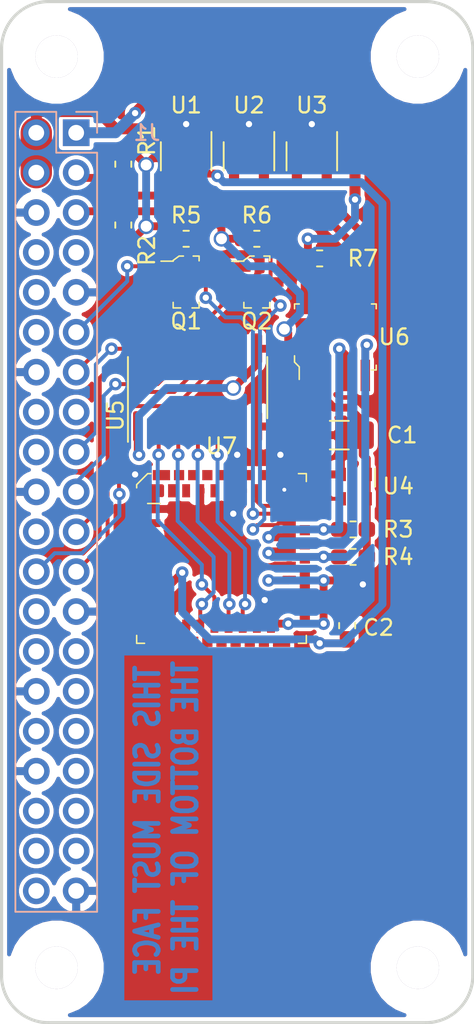
<source format=kicad_pcb>
(kicad_pcb (version 20171130) (host pcbnew "(5.1.5)-3")
  (layers (0 F.Cu signal) (31 B.Cu signal) (34 B.Paste user) (35 F.Paste user) (36 B.SilkS user) (37 F.SilkS user) (38 B.Mask user) (39 F.Mask user) (44 Edge.Cuts user))
  (net 0 "")
  (net 1 GND)
  (net 2 +2V8)
  (net 3 "Net-(J1-Pad40)")
  (net 4 "Net-(J1-Pad38)")
  (net 5 "Net-(J1-Pad37)")
  (net 6 "Net-(J1-Pad36)")
  (net 7 "Net-(J1-Pad35)")
  (net 8 "Net-(J1-Pad33)")
  (net 9 "Net-(J1-Pad32)")
  (net 10 "Net-(J1-Pad31)")
  (net 11 "Net-(J1-Pad29)")
  (net 12 "Net-(J1-Pad28)")
  (net 13 "Net-(J1-Pad27)")
  (net 14 "Net-(J1-Pad26)")
  (net 15 "Net-(J1-Pad24)")
  (net 16 "Net-(J1-Pad23)")
  (net 17 "Net-(J1-Pad22)")
  (net 18 "Net-(J1-Pad21)")
  (net 19 "Net-(J1-Pad19)")
  (net 20 "Net-(J1-Pad18)")
  (net 21 +3V3)
  (net 22 "Net-(J1-Pad16)")
  (net 23 "Net-(J1-Pad15)")
  (net 24 "Net-(J1-Pad13)")
  (net 25 "Net-(J1-Pad12)")
  (net 26 "Net-(J1-Pad11)")
  (net 27 "Net-(J1-Pad10)")
  (net 28 "Net-(J1-Pad8)")
  (net 29 "Net-(J1-Pad7)")
  (net 30 HSCL0)
  (net 31 +5V)
  (net 32 HSDA0)
  (net 33 RESET)
  (net 34 PW_DN)
  (net 35 LSDA0)
  (net 36 LSCL0)
  (net 37 "Net-(R7-Pad2)")
  (net 38 +1V2)
  (net 39 "Net-(U1-Pad4)")
  (net 40 "Net-(U2-Pad4)")
  (net 41 "Net-(U3-Pad4)")
  (net 42 CLK)
  (net 43 "Net-(U7-Pad32)")
  (net 44 "Net-(U7-Pad31)")
  (net 45 "Net-(U7-Pad29)")
  (net 46 "Net-(U7-Pad28)")
  (net 47 "Net-(U7-Pad17)")
  (net 48 "Net-(U7-Pad5)")
  (net 49 "Net-(U7-Pad4)")
  (net 50 "Net-(U7-Pad3)")
  (net 51 "Net-(U7-Pad2)")
  (net 52 "Net-(U5-Pad5)")
  (net 53 "Net-(U5-Pad4)")
  (net 54 "Net-(U5-Pad3)")
  (net 55 "Net-(U5-Pad2)")
  (net 56 "Net-(U5-Pad9)")
  (net 57 "Net-(U5-Pad6)")
  (module "misc footprints:rpogi2" (layer B.Cu) (at 127.25 78.25 180)
    (fp_text reference J1 (at -7 0) (layer B.SilkS) (effects (justify mirror)))
    (fp_text value Raspberry_Pi_2_3)
    (fp_line (start -24.75 8.35) (end -0.75 8.35) (layer Edge.Cuts) (width 0.2))
    (fp_line (start 2.25 5.350001) (end 2.25 -53.65) (layer Edge.Cuts) (width 0.2))
    (fp_arc (start -0.75 -53.65) (end -0.75 -56.65) (angle 90) (layer Edge.Cuts) (width 0.2))
    (fp_arc (start -24.75 5.35) (end -24.75 8.35) (angle 90) (layer Edge.Cuts) (width 0.2))
    (fp_line (start -0.75 -56.65) (end -24.75 -56.65) (layer Edge.Cuts) (width 0.2))
    (fp_arc (start -0.749999 5.350001) (end 2.25 5.350001) (angle 90) (layer Edge.Cuts) (width 0.2))
    (fp_line (start -27.75 -53.65) (end -27.75 5.35) (layer Edge.Cuts) (width 0.2))
    (fp_arc (start -24.75 -53.65) (end -27.75 -53.65) (angle 90) (layer Edge.Cuts) (width 0.2))
    (pad "" thru_hole circle (at -1.25 -53.15 180) (size 2.7 2.7) (drill 2.7) (layers *.Cu *.Mask) (clearance 1.65) (thermal_gap 1.65))
    (pad "" thru_hole circle (at -24.25 -53.15 180) (size 2.7 2.7) (drill 2.7) (layers *.Cu *.Mask) (clearance 1.65) (thermal_gap 1.65))
    (pad "" thru_hole circle (at -24.25 4.85 180) (size 2.7 2.7) (drill 2.7) (layers *.Cu *.Mask) (clearance 1.65) (thermal_gap 1.65))
    (pad 40 thru_hole oval (at 0.04 -48.26 180) (size 1.7 1.7) (drill 1) (layers *.Cu *.Mask) (net 3 "Net-(J1-Pad40)"))
    (pad 39 thru_hole oval (at -2.5 -48.26 180) (size 1.7 1.7) (drill 1) (layers *.Cu *.Mask) (net 1 GND))
    (pad 38 thru_hole oval (at 0.04 -45.72 180) (size 1.7 1.7) (drill 1) (layers *.Cu *.Mask) (net 4 "Net-(J1-Pad38)"))
    (pad 37 thru_hole oval (at -2.5 -45.72 180) (size 1.7 1.7) (drill 1) (layers *.Cu *.Mask) (net 5 "Net-(J1-Pad37)"))
    (pad 36 thru_hole oval (at 0.04 -43.18 180) (size 1.7 1.7) (drill 1) (layers *.Cu *.Mask) (net 6 "Net-(J1-Pad36)"))
    (pad 35 thru_hole oval (at -2.5 -43.18 180) (size 1.7 1.7) (drill 1) (layers *.Cu *.Mask) (net 7 "Net-(J1-Pad35)"))
    (pad 34 thru_hole oval (at 0.04 -40.64 180) (size 1.7 1.7) (drill 1) (layers *.Cu *.Mask) (net 1 GND))
    (pad 33 thru_hole oval (at -2.5 -40.64 180) (size 1.7 1.7) (drill 1) (layers *.Cu *.Mask) (net 8 "Net-(J1-Pad33)"))
    (pad 32 thru_hole oval (at 0.04 -38.1 180) (size 1.7 1.7) (drill 1) (layers *.Cu *.Mask) (net 9 "Net-(J1-Pad32)"))
    (pad 31 thru_hole oval (at -2.5 -38.1 180) (size 1.7 1.7) (drill 1) (layers *.Cu *.Mask) (net 10 "Net-(J1-Pad31)"))
    (pad 30 thru_hole oval (at 0.04 -35.56 180) (size 1.7 1.7) (drill 1) (layers *.Cu *.Mask) (net 1 GND))
    (pad 29 thru_hole oval (at -2.5 -35.56 180) (size 1.7 1.7) (drill 1) (layers *.Cu *.Mask) (net 11 "Net-(J1-Pad29)"))
    (pad 28 thru_hole oval (at 0.04 -33.02 180) (size 1.7 1.7) (drill 1) (layers *.Cu *.Mask) (net 12 "Net-(J1-Pad28)"))
    (pad 27 thru_hole oval (at -2.5 -33.02 180) (size 1.7 1.7) (drill 1) (layers *.Cu *.Mask) (net 13 "Net-(J1-Pad27)"))
    (pad 26 thru_hole oval (at 0.04 -30.48 180) (size 1.7 1.7) (drill 1) (layers *.Cu *.Mask) (net 14 "Net-(J1-Pad26)"))
    (pad 25 thru_hole oval (at -2.5 -30.48 180) (size 1.7 1.7) (drill 1) (layers *.Cu *.Mask) (net 1 GND))
    (pad 24 thru_hole oval (at 0.04 -27.94 180) (size 1.7 1.7) (drill 1) (layers *.Cu *.Mask) (net 15 "Net-(J1-Pad24)"))
    (pad 23 thru_hole oval (at -2.5 -27.94 180) (size 1.7 1.7) (drill 1) (layers *.Cu *.Mask) (net 16 "Net-(J1-Pad23)"))
    (pad 22 thru_hole oval (at 0.04 -25.4 180) (size 1.7 1.7) (drill 1) (layers *.Cu *.Mask) (net 17 "Net-(J1-Pad22)"))
    (pad 21 thru_hole oval (at -2.5 -25.4 180) (size 1.7 1.7) (drill 1) (layers *.Cu *.Mask) (net 18 "Net-(J1-Pad21)"))
    (pad 20 thru_hole oval (at 0.04 -22.86 180) (size 1.7 1.7) (drill 1) (layers *.Cu *.Mask) (net 1 GND))
    (pad 19 thru_hole oval (at -2.5 -22.86 180) (size 1.7 1.7) (drill 1) (layers *.Cu *.Mask) (net 19 "Net-(J1-Pad19)"))
    (pad 18 thru_hole oval (at 0.04 -20.32 180) (size 1.7 1.7) (drill 1) (layers *.Cu *.Mask) (net 20 "Net-(J1-Pad18)"))
    (pad 17 thru_hole oval (at -2.5 -20.32 180) (size 1.7 1.7) (drill 1) (layers *.Cu *.Mask) (net 21 +3V3))
    (pad 16 thru_hole oval (at 0.04 -17.78 180) (size 1.7 1.7) (drill 1) (layers *.Cu *.Mask) (net 22 "Net-(J1-Pad16)"))
    (pad 15 thru_hole oval (at -2.5 -17.78 180) (size 1.7 1.7) (drill 1) (layers *.Cu *.Mask) (net 23 "Net-(J1-Pad15)"))
    (pad 14 thru_hole oval (at 0.04 -15.24 180) (size 1.7 1.7) (drill 1) (layers *.Cu *.Mask) (net 1 GND))
    (pad 13 thru_hole oval (at -2.5 -15.24 180) (size 1.7 1.7) (drill 1) (layers *.Cu *.Mask) (net 24 "Net-(J1-Pad13)"))
    (pad 12 thru_hole oval (at 0.04 -12.7 180) (size 1.7 1.7) (drill 1) (layers *.Cu *.Mask) (net 25 "Net-(J1-Pad12)"))
    (pad 11 thru_hole oval (at -2.5 -12.7 180) (size 1.7 1.7) (drill 1) (layers *.Cu *.Mask) (net 26 "Net-(J1-Pad11)"))
    (pad 10 thru_hole oval (at 0.04 -10.16 180) (size 1.7 1.7) (drill 1) (layers *.Cu *.Mask) (net 27 "Net-(J1-Pad10)"))
    (pad 9 thru_hole oval (at -2.5 -10.16 180) (size 1.7 1.7) (drill 1) (layers *.Cu *.Mask) (net 1 GND))
    (pad 8 thru_hole oval (at 0.04 -7.62 180) (size 1.7 1.7) (drill 1) (layers *.Cu *.Mask) (net 28 "Net-(J1-Pad8)"))
    (pad 7 thru_hole oval (at -2.5 -7.62 180) (size 1.7 1.7) (drill 1) (layers *.Cu *.Mask) (net 29 "Net-(J1-Pad7)"))
    (pad 6 thru_hole oval (at 0.04 -5.08 180) (size 1.7 1.7) (drill 1) (layers *.Cu *.Mask) (net 1 GND))
    (pad 5 thru_hole oval (at -2.5 -5.08 180) (size 1.7 1.7) (drill 1) (layers *.Cu *.Mask) (net 30 HSCL0))
    (pad 4 thru_hole oval (at 0.04 -2.54 180) (size 1.7 1.7) (drill 1) (layers *.Cu *.Mask) (net 31 +5V))
    (pad 3 thru_hole oval (at -2.5 -2.54 180) (size 1.7 1.7) (drill 1) (layers *.Cu *.Mask) (net 32 HSDA0))
    (pad 2 thru_hole oval (at 0.04 0 180) (size 1.7 1.7) (drill 1) (layers *.Cu *.Mask) (net 31 +5V))
    (pad 1 thru_hole rect (at -2.5 0 180) (size 1.7 1.7) (drill 1) (layers *.Cu *.Mask) (net 21 +3V3))
    (pad "" thru_hole circle (at -1.25 4.85 180) (size 2.7 2.7) (drill 2.7) (layers *.Cu *.Mask) (clearance 1.65) (thermal_gap 1.65))
  )
  (module Resistor_SMD:R_0603_1608Metric_Pad1.05x0.95mm_HandSolder (layer F.Cu) (at 147.375 105.25 180)
    (fp_text reference R4 (at -2.875 0) (layer F.SilkS))
    (fp_text value 22k hide)
    (pad 2 smd roundrect (at 0.875 0 180) (size 1.05 0.95) (layers F.Cu F.Paste F.Mask) (net 36 LSCL0))
    (pad 1 smd roundrect (at -0.875 0 180) (size 1.05 0.95) (layers F.Cu F.Paste F.Mask) (net 2 +2V8))
  )
  (module Resistor_SMD:R_0603_1608Metric_Pad1.05x0.95mm_HandSolder (layer F.Cu) (at 147.375 103.5 180)
    (fp_text reference R3 (at -2.875 0 180) (layer F.SilkS))
    (fp_text value 22k hide)
    (pad 2 smd roundrect (at 0.875 0 180) (size 1.05 0.95) (layers F.Cu F.Paste F.Mask) (net 35 LSDA0))
    (pad 1 smd roundrect (at -0.875 0 180) (size 1.05 0.95) (layers F.Cu F.Paste F.Mask) (net 2 +2V8))
  )
  (module Oscillator:Oscillator_SMD_Abracon_ASDMB-4Pin_2.5x2.0mm (layer F.Cu) (at 147.425 100.775 180)
    (fp_text reference U4 (at -2.825 0.025) (layer F.SilkS))
    (fp_text value ASDMB-xxxMHz hide)
    (pad 4 smd rect (at -0.825 -0.775 180) (size 0.65 0.85) (layers F.Cu F.Paste F.Mask) (net 2 +2V8))
    (pad 3 smd rect (at 0.825 -0.775 180) (size 0.65 0.85) (layers F.Cu F.Paste F.Mask) (net 42 CLK))
    (pad 2 smd rect (at 0.825 0.775 180) (size 0.65 0.85) (layers F.Cu F.Paste F.Mask) (net 1 GND))
    (pad 1 smd rect (at -0.825 0.775 180) (size 0.65 0.85) (layers F.Cu F.Paste F.Mask) (net 2 +2V8))
  )
  (module digikey-footprints:FLIR_Lepton_Socket_1050281001 (layer F.Cu) (at 139 105.35)
    (fp_text reference U7 (at 0 -7.16) (layer F.SilkS))
    (fp_text value Flir_LEPTON)
    (pad 33 smd rect (at 5.305 0) (size 0.65 0.65) (layers F.Cu F.Paste F.Mask))
    (pad 33 smd rect (at 5.305 -1.8) (size 0.65 0.65) (layers F.Cu F.Paste F.Mask))
    (pad 33 smd rect (at 5.305 -0.9) (size 0.65 0.65) (layers F.Cu F.Paste F.Mask))
    (pad 33 smd rect (at 5.305 -2.7) (size 0.65 0.65) (layers F.Cu F.Paste F.Mask))
    (pad 33 smd rect (at 5.305 1.8) (size 0.65 0.65) (layers F.Cu F.Paste F.Mask))
    (pad 33 smd rect (at 5.305 0.9) (size 0.65 0.65) (layers F.Cu F.Paste F.Mask))
    (pad 33 smd rect (at 5.305 2.7) (size 0.65 0.65) (layers F.Cu F.Paste F.Mask))
    (pad 33 smd rect (at 0 -5.305) (size 0.65 0.65) (layers F.Cu F.Paste F.Mask))
    (pad 33 smd rect (at 0.9 -5.305) (size 0.65 0.65) (layers F.Cu F.Paste F.Mask))
    (pad 33 smd rect (at 1.8 -5.305) (size 0.65 0.65) (layers F.Cu F.Paste F.Mask))
    (pad 33 smd rect (at 2.7 -5.305) (size 0.65 0.65) (layers F.Cu F.Paste F.Mask))
    (pad 33 smd rect (at -0.9 -5.305) (size 0.65 0.65) (layers F.Cu F.Paste F.Mask))
    (pad 33 smd rect (at -1.8 -5.305) (size 0.65 0.65) (layers F.Cu F.Paste F.Mask))
    (pad 33 smd rect (at -2.7 -5.305) (size 0.65 0.65) (layers F.Cu F.Paste F.Mask))
    (pad 33 smd rect (at 0 5.305) (size 0.65 0.65) (layers F.Cu F.Paste F.Mask))
    (pad 33 smd rect (at 0.9 5.305) (size 0.65 0.65) (layers F.Cu F.Paste F.Mask))
    (pad 33 smd rect (at 1.8 5.305) (size 0.65 0.65) (layers F.Cu F.Paste F.Mask))
    (pad 33 smd rect (at 2.7 5.305) (size 0.65 0.65) (layers F.Cu F.Paste F.Mask))
    (pad 33 smd rect (at -0.9 5.305) (size 0.65 0.65) (layers F.Cu F.Paste F.Mask))
    (pad 33 smd rect (at -1.8 5.305) (size 0.65 0.65) (layers F.Cu F.Paste F.Mask))
    (pad 33 smd rect (at -2.7 5.305) (size 0.65 0.65) (layers F.Cu F.Paste F.Mask))
    (pad 33 smd rect (at -5.305 -2.7) (size 0.65 0.65) (layers F.Cu F.Paste F.Mask))
    (pad 33 smd rect (at -5.305 -1.8) (size 0.65 0.65) (layers F.Cu F.Paste F.Mask))
    (pad 33 smd rect (at -5.305 -0.9) (size 0.65 0.65) (layers F.Cu F.Paste F.Mask))
    (pad 33 smd rect (at -5.305 2.7) (size 0.65 0.65) (layers F.Cu F.Paste F.Mask))
    (pad 33 smd rect (at -5.305 1.8) (size 0.65 0.65) (layers F.Cu F.Paste F.Mask))
    (pad 33 smd rect (at -5.305 0.9) (size 0.65 0.65) (layers F.Cu F.Paste F.Mask))
    (pad 33 smd rect (at -5.305 0) (size 0.65 0.65) (layers F.Cu F.Paste F.Mask))
    (pad 33 smd rect (at 5.305 -3.825) (size 0.65 1.1) (layers F.Cu F.Paste F.Mask))
    (pad 33 smd rect (at 5.305 3.825) (size 0.65 1.1) (layers F.Cu F.Paste F.Mask))
    (pad 33 smd rect (at -5.305 3.825) (size 0.65 1.1) (layers F.Cu F.Paste F.Mask))
    (pad 33 smd rect (at -5.305 -3.825) (size 0.65 1.1) (layers F.Cu F.Paste F.Mask))
    (pad 33 smd rect (at -3.825 5.305) (size 1.1 0.65) (layers F.Cu F.Paste F.Mask))
    (pad 33 smd rect (at 3.825 5.305) (size 1.1 0.65) (layers F.Cu F.Paste F.Mask))
    (pad 33 smd rect (at -3.825 -5.305) (size 1.1 0.65) (layers F.Cu F.Paste F.Mask))
    (pad 33 smd rect (at 3.825 -5.305) (size 1.1 0.65) (layers F.Cu F.Paste F.Mask))
    (pad 16 smd rect (at 3.15 4.31) (size 0.5 0.84) (layers F.Cu F.Paste F.Mask) (net 2 +2V8))
    (pad 15 smd rect (at 2.25 4.31) (size 0.5 0.84) (layers F.Cu F.Paste F.Mask) (net 1 GND))
    (pad 14 smd rect (at 1.35 4.31) (size 0.5 0.84) (layers F.Cu F.Paste F.Mask) (net 52 "Net-(U5-Pad5)"))
    (pad 13 smd rect (at 0.45 4.31) (size 0.5 0.84) (layers F.Cu F.Paste F.Mask) (net 53 "Net-(U5-Pad4)"))
    (pad 12 smd rect (at -0.45 4.31) (size 0.5 0.84) (layers F.Cu F.Paste F.Mask) (net 55 "Net-(U5-Pad2)"))
    (pad 11 smd rect (at -1.35 4.31) (size 0.5 0.84) (layers F.Cu F.Paste F.Mask) (net 54 "Net-(U5-Pad3)"))
    (pad 10 smd rect (at -2.25 4.31) (size 0.5 0.84) (layers F.Cu F.Paste F.Mask) (net 1 GND))
    (pad 9 smd rect (at -3.15 4.31) (size 0.5 0.84) (layers F.Cu F.Paste F.Mask) (net 1 GND))
    (pad 28 smd rect (at 0.45 -4.31) (size 0.5 0.84) (layers F.Cu F.Paste F.Mask) (net 46 "Net-(U7-Pad28)"))
    (pad 27 smd rect (at 1.35 -4.31) (size 0.5 0.84) (layers F.Cu F.Paste F.Mask) (net 1 GND))
    (pad 26 smd rect (at 2.25 -4.31) (size 0.5 0.84) (layers F.Cu F.Paste F.Mask) (net 42 CLK))
    (pad 25 smd rect (at 3.15 -4.31) (size 0.5 0.84) (layers F.Cu F.Paste F.Mask) (net 1 GND))
    (pad 29 smd rect (at -0.45 -4.31) (size 0.5 0.84) (layers F.Cu F.Paste F.Mask) (net 45 "Net-(U7-Pad29)"))
    (pad 30 smd rect (at -1.35 -4.31) (size 0.5 0.84) (layers F.Cu F.Paste F.Mask) (net 1 GND))
    (pad 31 smd rect (at -2.25 -4.31) (size 0.5 0.84) (layers F.Cu F.Paste F.Mask) (net 44 "Net-(U7-Pad31)"))
    (pad 32 smd rect (at -3.15 -4.31) (size 0.5 0.84) (layers F.Cu F.Paste F.Mask) (net 43 "Net-(U7-Pad32)"))
    (pad 20 smd rect (at 4.31 0.45) (size 0.84 0.5) (layers F.Cu F.Paste F.Mask) (net 1 GND))
    (pad 24 smd rect (at 4.31 -3.15) (size 0.84 0.5) (layers F.Cu F.Paste F.Mask) (net 33 RESET))
    (pad 23 smd rect (at 4.31 -2.25) (size 0.84 0.5) (layers F.Cu F.Paste F.Mask) (net 34 PW_DN))
    (pad 22 smd rect (at 4.31 -1.35) (size 0.84 0.5) (layers F.Cu F.Paste F.Mask) (net 35 LSDA0))
    (pad 21 smd rect (at 4.31 -0.45) (size 0.84 0.5) (layers F.Cu F.Paste F.Mask) (net 36 LSCL0))
    (pad 17 smd rect (at 4.31 3.15) (size 0.84 0.5) (layers F.Cu F.Paste F.Mask) (net 47 "Net-(U7-Pad17)"))
    (pad 18 smd rect (at 4.31 2.25) (size 0.84 0.5) (layers F.Cu F.Paste F.Mask) (net 1 GND))
    (pad 19 smd rect (at 4.31 1.35) (size 0.84 0.5) (layers F.Cu F.Paste F.Mask) (net 2 +2V8))
    (pad 5 smd rect (at -4.31 0.45) (size 0.84 0.5) (layers F.Cu F.Paste F.Mask) (net 48 "Net-(U7-Pad5)"))
    (pad 2 smd rect (at -4.31 -2.25) (size 0.84 0.5) (layers F.Cu F.Paste F.Mask) (net 51 "Net-(U7-Pad2)"))
    (pad 1 smd rect (at -4.31 -3.15) (size 0.84 0.5) (layers F.Cu F.Paste F.Mask) (net 1 GND))
    (pad 6 smd rect (at -4.31 1.35) (size 0.84 0.5) (layers F.Cu F.Paste F.Mask) (net 1 GND))
    (pad 7 smd rect (at -4.31 2.25) (size 0.84 0.5) (layers F.Cu F.Paste F.Mask) (net 38 +1V2))
    (pad 8 smd rect (at -4.31 3.15) (size 0.84 0.5) (layers F.Cu F.Paste F.Mask) (net 1 GND))
    (pad 4 smd rect (at -4.31 -0.45) (size 0.84 0.5) (layers F.Cu F.Paste F.Mask) (net 49 "Net-(U7-Pad4)"))
    (pad 3 smd rect (at -4.31 -1.35) (size 0.84 0.5) (layers F.Cu F.Paste F.Mask) (net 50 "Net-(U7-Pad3)"))
  )
  (module Capacitor_SMD:C_0603_1608Metric_Pad1.05x0.95mm_HandSolder (layer F.Cu) (at 147 109.625 90)
    (fp_text reference C2 (at -0.125 2 180) (layer F.SilkS))
    (fp_text value 10uF)
    (pad 2 smd roundrect (at 0.875 0 90) (size 1.05 0.95) (layers F.Cu F.Paste F.Mask) (net 1 GND))
    (pad 1 smd roundrect (at -0.875 0 90) (size 1.05 0.95) (layers F.Cu F.Paste F.Mask) (net 38 +1V2))
  )
  (module Package_SO:SOIC-14_3.9x8.7mm_P1.27mm (layer F.Cu) (at 137.48 94.475 90)
    (fp_text reference U5 (at -1.775 -5.23 90) (layer F.SilkS))
    (fp_text value TXB0104D)
    (pad 14 smd roundrect (at 2.475 -3.81 90) (size 1.95 0.6) (layers F.Cu F.Paste F.Mask) (net 21 +3V3))
    (pad 13 smd roundrect (at 2.475 -2.54 90) (size 1.95 0.6) (layers F.Cu F.Paste F.Mask) (net 18 "Net-(J1-Pad21)"))
    (pad 12 smd roundrect (at 2.475 -1.27 90) (size 1.95 0.6) (layers F.Cu F.Paste F.Mask) (net 19 "Net-(J1-Pad19)"))
    (pad 11 smd roundrect (at 2.475 0 90) (size 1.95 0.6) (layers F.Cu F.Paste F.Mask) (net 16 "Net-(J1-Pad23)"))
    (pad 10 smd roundrect (at 2.475 1.27 90) (size 1.95 0.6) (layers F.Cu F.Paste F.Mask) (net 15 "Net-(J1-Pad24)"))
    (pad 9 smd roundrect (at 2.475 2.54 90) (size 1.95 0.6) (layers F.Cu F.Paste F.Mask) (net 56 "Net-(U5-Pad9)"))
    (pad 8 smd roundrect (at 2.475 3.81 90) (size 1.95 0.6) (layers F.Cu F.Paste F.Mask) (net 2 +2V8))
    (pad 7 smd roundrect (at -2.475 3.81 90) (size 1.95 0.6) (layers F.Cu F.Paste F.Mask) (net 1 GND))
    (pad 6 smd roundrect (at -2.475 2.54 90) (size 1.95 0.6) (layers F.Cu F.Paste F.Mask) (net 57 "Net-(U5-Pad6)"))
    (pad 5 smd roundrect (at -2.475 1.27 90) (size 1.95 0.6) (layers F.Cu F.Paste F.Mask) (net 52 "Net-(U5-Pad5)"))
    (pad 4 smd roundrect (at -2.475 0 90) (size 1.95 0.6) (layers F.Cu F.Paste F.Mask) (net 53 "Net-(U5-Pad4)"))
    (pad 3 smd roundrect (at -2.475 -1.27 90) (size 1.95 0.6) (layers F.Cu F.Paste F.Mask) (net 54 "Net-(U5-Pad3)"))
    (pad 2 smd roundrect (at -2.475 -2.54 90) (size 1.95 0.6) (layers F.Cu F.Paste F.Mask) (net 55 "Net-(U5-Pad2)"))
    (pad 1 smd roundrect (at -2.475 -3.81 90) (size 1.95 0.6) (layers F.Cu F.Paste F.Mask) (net 2 +2V8))
  )
  (module digikey-footprints:SOIC-8_W3.9mm (layer F.Cu) (at 146.25 91.25)
    (fp_text reference U6 (at 3.75 0 180) (layer F.SilkS))
    (fp_text value PCA9306D_118 hide)
    (pad 3 smd rect (at 0.635 2.45) (size 0.6 2) (layers F.Cu F.Paste F.Mask) (net 35 LSDA0))
    (pad 8 smd rect (at -1.905 -2.45) (size 0.6 2) (layers F.Cu F.Paste F.Mask) (net 37 "Net-(R7-Pad2)"))
    (pad 7 smd rect (at -0.635 -2.45) (size 0.6 2) (layers F.Cu F.Paste F.Mask) (net 37 "Net-(R7-Pad2)"))
    (pad 6 smd rect (at 0.635 -2.45) (size 0.6 2) (layers F.Cu F.Paste F.Mask) (net 30 HSCL0))
    (pad 5 smd rect (at 1.905 -2.45) (size 0.6 2) (layers F.Cu F.Paste F.Mask) (net 32 HSDA0))
    (pad 4 smd rect (at 1.905 2.45) (size 0.6 2) (layers F.Cu F.Paste F.Mask) (net 36 LSCL0))
    (pad 2 smd rect (at -0.635 2.45) (size 0.6 2) (layers F.Cu F.Paste F.Mask) (net 2 +2V8))
    (pad 1 smd rect (at -1.905 2.45) (size 0.6 2) (layers F.Cu F.Paste F.Mask) (net 1 GND))
  )
  (module Package_TO_SOT_SMD:SOT-23-5 (layer F.Cu) (at 144.75 79.75 270)
    (fp_text reference U3 (at -3.25 0 180) (layer F.SilkS))
    (fp_text value TLV73328PDBV hide)
    (pad 5 smd rect (at 1.1 -0.95 270) (size 1.06 0.65) (layers F.Cu F.Paste F.Mask) (net 2 +2V8))
    (pad 4 smd rect (at 1.1 0.95 270) (size 1.06 0.65) (layers F.Cu F.Paste F.Mask) (net 41 "Net-(U3-Pad4)"))
    (pad 3 smd rect (at -1.1 0.95 270) (size 1.06 0.65) (layers F.Cu F.Paste F.Mask) (net 31 +5V))
    (pad 2 smd rect (at -1.1 0 270) (size 1.06 0.65) (layers F.Cu F.Paste F.Mask) (net 1 GND))
    (pad 1 smd rect (at -1.1 -0.95 270) (size 1.06 0.65) (layers F.Cu F.Paste F.Mask) (net 31 +5V))
  )
  (module Package_TO_SOT_SMD:SOT-23-5 (layer F.Cu) (at 140.75 79.75 270)
    (fp_text reference U2 (at -3.25 0 180) (layer F.SilkS))
    (fp_text value TLV73328PDBV hide)
    (pad 5 smd rect (at 1.1 -0.95 270) (size 1.06 0.65) (layers F.Cu F.Paste F.Mask) (net 2 +2V8))
    (pad 4 smd rect (at 1.1 0.95 270) (size 1.06 0.65) (layers F.Cu F.Paste F.Mask) (net 40 "Net-(U2-Pad4)"))
    (pad 3 smd rect (at -1.1 0.95 270) (size 1.06 0.65) (layers F.Cu F.Paste F.Mask) (net 31 +5V))
    (pad 2 smd rect (at -1.1 0 270) (size 1.06 0.65) (layers F.Cu F.Paste F.Mask) (net 1 GND))
    (pad 1 smd rect (at -1.1 -0.95 270) (size 1.06 0.65) (layers F.Cu F.Paste F.Mask) (net 31 +5V))
  )
  (module Package_TO_SOT_SMD:SOT-23-5 (layer F.Cu) (at 136.75 79.75 270)
    (fp_text reference U1 (at -3.25 0 180) (layer F.SilkS))
    (fp_text value TLV73312PDBV hide)
    (pad 5 smd rect (at 1.1 -0.95 270) (size 1.06 0.65) (layers F.Cu F.Paste F.Mask) (net 38 +1V2))
    (pad 4 smd rect (at 1.1 0.95 270) (size 1.06 0.65) (layers F.Cu F.Paste F.Mask) (net 39 "Net-(U1-Pad4)"))
    (pad 3 smd rect (at -1.1 0.95 270) (size 1.06 0.65) (layers F.Cu F.Paste F.Mask) (net 31 +5V))
    (pad 2 smd rect (at -1.1 0 270) (size 1.06 0.65) (layers F.Cu F.Paste F.Mask) (net 1 GND))
    (pad 1 smd rect (at -1.1 -0.95 270) (size 1.06 0.65) (layers F.Cu F.Paste F.Mask) (net 31 +5V))
  )
  (module Resistor_SMD:R_0603_1608Metric_Pad1.05x0.95mm_HandSolder (layer F.Cu) (at 145.25 86.25)
    (fp_text reference R7 (at 2.75 0) (layer F.SilkS))
    (fp_text value 200k hide)
    (pad 2 smd roundrect (at 0.875 0) (size 1.05 0.95) (layers F.Cu F.Paste F.Mask) (net 37 "Net-(R7-Pad2)"))
    (pad 1 smd roundrect (at -0.875 0) (size 1.05 0.95) (layers F.Cu F.Paste F.Mask) (net 21 +3V3))
  )
  (module Resistor_SMD:R_0603_1608Metric_Pad1.05x0.95mm_HandSolder (layer F.Cu) (at 141.25 85)
    (fp_text reference R6 (at 0 -1.5) (layer F.SilkS))
    (fp_text value 10k hide)
    (pad 2 smd roundrect (at 0.875 0) (size 1.05 0.95) (layers F.Cu F.Paste F.Mask) (net 34 PW_DN))
    (pad 1 smd roundrect (at -0.875 0) (size 1.05 0.95) (layers F.Cu F.Paste F.Mask) (net 2 +2V8))
  )
  (module Resistor_SMD:R_0603_1608Metric_Pad1.05x0.95mm_HandSolder (layer F.Cu) (at 136.75 85)
    (fp_text reference R5 (at 0 -1.5) (layer F.SilkS))
    (fp_text value 10k hide)
    (pad 2 smd roundrect (at 0.875 0) (size 1.05 0.95) (layers F.Cu F.Paste F.Mask) (net 33 RESET))
    (pad 1 smd roundrect (at -0.875 0) (size 1.05 0.95) (layers F.Cu F.Paste F.Mask) (net 2 +2V8))
  )
  (module Resistor_SMD:R_0603_1608Metric_Pad1.05x0.95mm_HandSolder (layer F.Cu) (at 132.75 84.125 90)
    (fp_text reference R2 (at -1.625 1.5 90) (layer F.SilkS))
    (fp_text value 22k hide)
    (pad 2 smd roundrect (at 0.875 0 90) (size 1.05 0.95) (layers F.Cu F.Paste F.Mask) (net 30 HSCL0))
    (pad 1 smd roundrect (at -0.875 0 90) (size 1.05 0.95) (layers F.Cu F.Paste F.Mask) (net 2 +2V8))
  )
  (module Resistor_SMD:R_0603_1608Metric_Pad1.05x0.95mm_HandSolder (layer F.Cu) (at 132.75 80.25 270)
    (fp_text reference R1 (at -1.5 -1.5 270) (layer F.SilkS))
    (fp_text value 22k hide)
    (pad 2 smd roundrect (at 0.875 0 270) (size 1.05 0.95) (layers F.Cu F.Paste F.Mask) (net 32 HSDA0))
    (pad 1 smd roundrect (at -0.875 0 270) (size 1.05 0.95) (layers F.Cu F.Paste F.Mask) (net 2 +2V8))
  )
  (module digikey-footprints:SOT-23-3 (layer F.Cu) (at 141.25 87.75)
    (fp_text reference Q2 (at 0 2.5) (layer F.SilkS))
    (fp_text value BSS84 hide)
    (pad 1 smd rect (at -1.05 -0.95) (size 1.3 0.6) (layers F.Cu F.Paste F.Mask) (net 24 "Net-(J1-Pad13)"))
    (pad 2 smd rect (at -1.05 0.95) (size 1.3 0.6) (layers F.Cu F.Paste F.Mask) (net 1 GND))
    (pad 3 smd rect (at 1.05 0) (size 1.3 0.6) (layers F.Cu F.Paste F.Mask) (net 34 PW_DN))
  )
  (module digikey-footprints:SOT-23-3 (layer F.Cu) (at 136.75 87.75)
    (fp_text reference Q1 (at 0 2.5 180) (layer F.SilkS))
    (fp_text value BSS84 hide)
    (pad 1 smd rect (at -1.05 -0.95) (size 1.3 0.6) (layers F.Cu F.Paste F.Mask) (net 26 "Net-(J1-Pad11)"))
    (pad 2 smd rect (at -1.05 0.95) (size 1.3 0.6) (layers F.Cu F.Paste F.Mask) (net 1 GND))
    (pad 3 smd rect (at 1.05 0) (size 1.3 0.6) (layers F.Cu F.Paste F.Mask) (net 33 RESET))
  )
  (module Capacitor_SMD:C_1206_3216Metric_Pad1.42x1.75mm_HandSolder (layer F.Cu) (at 146.5 97.5 180)
    (fp_text reference C1 (at -4 0) (layer F.SilkS))
    (fp_text value 100uF hide)
    (pad 2 smd roundrect (at 1.4875 0 180) (size 1.425 1.75) (layers F.Cu F.Paste F.Mask) (roundrect_rratio 0.175439) (net 1 GND))
    (pad 1 smd roundrect (at -1.4875 0 180) (size 1.425 1.75) (layers F.Cu F.Paste F.Mask) (roundrect_rratio 0.175439) (net 2 +2V8))
  )
  (gr_text nb2020 (at 140.5 72.75) (layer F.Cu) (effects (font (size 1.5 1.5) (thickness 0.3))))
  (gr_text "THIS SIDE MUST FACE \nTHE BOTTOM OF THE PI" (at 135.5 122.5 90) (layer B.Cu) (effects (font (size 1.5 1.2) (thickness 0.3)) (justify mirror)))
  (gr_text "lepton-rpi\nREV: B" (at 146.25 120.5 90) (layer F.Cu) (effects (font (size 1.5 1.5) (thickness 0.3))))
  (gr_text https://github.com/ambeloe/lepton-rpi (at 153.25 103.3 90) (layer F.Cu) (effects (font (size 1.5 1.5) (thickness 0.3))))
  (segment (start 142.15 101.04) (end 142.21 101.04) (width 0.25) (layer F.Cu) (net 1))
  (via (at 143 100.975) (size 0.508) (drill 0.254) (layers F.Cu B.Cu) (net 1))
  (segment (start 135.435001 106.310001) (end 135.435001 105.564999) (width 0.25) (layer F.Cu) (net 1))
  (segment (start 134.69 106.7) (end 135.045002 106.7) (width 0.25) (layer F.Cu) (net 1))
  (segment (start 135.045002 106.7) (end 135.435001 106.310001) (width 0.25) (layer F.Cu) (net 1))
  (segment (start 135.435001 105.564999) (end 136 105) (width 0.25) (layer F.Cu) (net 1))
  (via (at 140.75 77.7) (size 0.8) (drill 0.4) (layers F.Cu B.Cu) (net 1))
  (segment (start 140.75 78.65) (end 140.75 77.7) (width 0.7) (layer F.Cu) (net 1))
  (via (at 144.75 77.7) (size 0.8) (drill 0.4) (layers F.Cu B.Cu) (net 1))
  (segment (start 144.75 78.65) (end 144.75 77.7) (width 0.7) (layer F.Cu) (net 1))
  (via (at 136.75 77.7) (size 0.8) (drill 0.4) (layers F.Cu B.Cu) (net 1))
  (segment (start 136.75 78.65) (end 136.75 77.7) (width 0.7) (layer F.Cu) (net 1))
  (via (at 140 98.75) (size 0.8) (drill 0.4) (layers F.Cu B.Cu) (net 1))
  (via (at 139.75 102.5) (size 0.8) (drill 0.4) (layers F.Cu B.Cu) (net 1))
  (via (at 133.5 100) (size 0.8) (drill 0.4) (layers F.Cu B.Cu) (net 1))
  (via (at 148 107) (size 0.8) (drill 0.4) (layers F.Cu B.Cu) (net 1))
  (segment (start 140.35 101.04) (end 140.35 101.9) (width 0.5) (layer F.Cu) (net 1))
  (segment (start 140.35 101.9) (end 139.75 102.5) (width 0.5) (layer F.Cu) (net 1))
  (via (at 141.75 108) (size 0.8) (drill 0.4) (layers F.Cu B.Cu) (net 1))
  (segment (start 142.21 101.04) (end 142.25 101) (width 0.25) (layer F.Cu) (net 1))
  (segment (start 142.19 101) (end 142.15 101.04) (width 0.25) (layer F.Cu) (net 1))
  (via (at 142.75 98.75) (size 0.8) (drill 0.4) (layers F.Cu B.Cu) (net 1))
  (segment (start 147.9875 97.5) (end 147.9875 98.7375) (width 0.5) (layer F.Cu) (net 2))
  (segment (start 148.25 99) (end 148.25 100) (width 0.5) (layer F.Cu) (net 2))
  (segment (start 147.9875 98.7375) (end 148.25 99) (width 0.5) (layer F.Cu) (net 2))
  (segment (start 148.25 100) (end 148.25 101.55) (width 0.5) (layer F.Cu) (net 2))
  (segment (start 148.25 101.55) (end 148.25 103.5) (width 0.5) (layer F.Cu) (net 2))
  (segment (start 148.25 103.5) (end 148.25 105.25) (width 0.5) (layer F.Cu) (net 2))
  (via (at 145.5 106.75) (size 0.8) (drill 0.4) (layers F.Cu B.Cu) (net 2))
  (segment (start 148.25 105.25) (end 146.75 106.75) (width 0.5) (layer F.Cu) (net 2))
  (segment (start 146.75 106.75) (end 145.5 106.75) (width 0.5) (layer F.Cu) (net 2))
  (via (at 142 106.75) (size 0.8) (drill 0.4) (layers F.Cu B.Cu) (net 2))
  (segment (start 145.5 106.75) (end 142 106.75) (width 0.5) (layer B.Cu) (net 2))
  (segment (start 143.26 106.75) (end 143.31 106.7) (width 0.5) (layer F.Cu) (net 2))
  (segment (start 142 106.75) (end 143.26 106.75) (width 0.5) (layer F.Cu) (net 2))
  (via (at 145.5 109.5) (size 0.8) (drill 0.4) (layers F.Cu B.Cu) (net 2))
  (segment (start 145.5 106.75) (end 145.5 109.5) (width 0.5) (layer F.Cu) (net 2))
  (via (at 143.25 109.5) (size 0.8) (drill 0.4) (layers F.Cu B.Cu) (net 2))
  (segment (start 145.5 109.5) (end 143.25 109.5) (width 0.5) (layer B.Cu) (net 2))
  (segment (start 142.31 109.5) (end 142.15 109.66) (width 0.5) (layer F.Cu) (net 2))
  (segment (start 143.25 109.5) (end 142.31 109.5) (width 0.5) (layer F.Cu) (net 2))
  (via (at 139.75 94.5) (size 1) (drill 0.7) (layers F.Cu B.Cu) (net 2))
  (segment (start 141.29 92.96) (end 141.29 92) (width 0.5) (layer F.Cu) (net 2))
  (segment (start 139.75 94.5) (end 141.29 92.96) (width 0.5) (layer F.Cu) (net 2))
  (segment (start 145.615 92.2) (end 145.615 93.7) (width 0.5) (layer F.Cu) (net 2))
  (segment (start 145.415 92) (end 145.615 92.2) (width 0.5) (layer F.Cu) (net 2))
  (segment (start 145.615 95.2) (end 146.165 95.75) (width 0.5) (layer F.Cu) (net 2))
  (segment (start 145.615 93.7) (end 145.615 95.2) (width 0.5) (layer F.Cu) (net 2))
  (segment (start 147.1125 95.75) (end 147.9875 96.625) (width 0.5) (layer F.Cu) (net 2))
  (segment (start 147.9875 96.625) (end 147.9875 97.5) (width 0.5) (layer F.Cu) (net 2))
  (segment (start 146.165 95.75) (end 147.1125 95.75) (width 0.5) (layer F.Cu) (net 2))
  (segment (start 143.25 91) (end 143 90.75) (width 0.5) (layer F.Cu) (net 2))
  (segment (start 143.25 92) (end 143.25 91) (width 0.5) (layer F.Cu) (net 2))
  (via (at 143 90.75) (size 1) (drill 0.7) (layers F.Cu B.Cu) (net 2))
  (segment (start 143.25 92) (end 145.415 92) (width 0.5) (layer F.Cu) (net 2))
  (segment (start 141.29 92) (end 143.25 92) (width 0.5) (layer F.Cu) (net 2))
  (via (at 134.203248 84.203248) (size 1) (drill 0.7) (layers F.Cu B.Cu) (net 2))
  (segment (start 134.203248 84.203248) (end 134.203248 80.296752) (width 0.5) (layer B.Cu) (net 2))
  (segment (start 133.406496 85) (end 134.203248 84.203248) (width 0.5) (layer F.Cu) (net 2))
  (segment (start 132.75 85) (end 133.406496 85) (width 0.5) (layer F.Cu) (net 2))
  (segment (start 141.7 80.85) (end 141.7 80.830002) (width 0.5) (layer F.Cu) (net 2))
  (via (at 134.203248 80.296752) (size 1) (drill 0.7) (layers F.Cu B.Cu) (net 2))
  (segment (start 134.630001 79.869999) (end 134.203248 80.296752) (width 0.5) (layer F.Cu) (net 2))
  (segment (start 140.739997 79.869999) (end 134.630001 79.869999) (width 0.5) (layer F.Cu) (net 2))
  (segment (start 145.7 80.85) (end 145.7 80.830002) (width 0.5) (layer F.Cu) (net 2))
  (segment (start 145.7 80.2) (end 145.7 80.85) (width 0.5) (layer F.Cu) (net 2))
  (segment (start 145.369999 79.869999) (end 145.7 80.2) (width 0.5) (layer F.Cu) (net 2))
  (segment (start 141.619999 79.869999) (end 145.369999 79.869999) (width 0.5) (layer F.Cu) (net 2))
  (segment (start 141.619999 80.769999) (end 141.7 80.85) (width 0.5) (layer F.Cu) (net 2))
  (segment (start 141.619999 79.869999) (end 141.619999 80.769999) (width 0.5) (layer F.Cu) (net 2))
  (segment (start 140.739997 79.869999) (end 141.619999 79.869999) (width 0.5) (layer F.Cu) (net 2))
  (segment (start 133.281496 79.375) (end 134.203248 80.296752) (width 0.5) (layer F.Cu) (net 2))
  (segment (start 132.75 79.375) (end 133.281496 79.375) (width 0.5) (layer F.Cu) (net 2))
  (via (at 139 85) (size 1) (drill 0.7) (layers F.Cu B.Cu) (net 2))
  (segment (start 139 85) (end 140.375 85) (width 0.5) (layer F.Cu) (net 2))
  (segment (start 135.5 94.5) (end 133.75 96.25) (width 0.5) (layer B.Cu) (net 2))
  (segment (start 139.75 94.5) (end 135.5 94.5) (width 0.5) (layer B.Cu) (net 2))
  (via (at 133.75 98.75) (size 0.8) (drill 0.4) (layers F.Cu B.Cu) (net 2))
  (segment (start 133.75 96.25) (end 133.75 98.75) (width 0.5) (layer B.Cu) (net 2))
  (segment (start 133.67 98.67) (end 133.75 98.75) (width 0.5) (layer F.Cu) (net 2))
  (segment (start 133.67 96.95) (end 133.67 98.67) (width 0.5) (layer F.Cu) (net 2))
  (segment (start 135.078248 84.203248) (end 135.875 85) (width 0.5) (layer F.Cu) (net 2))
  (segment (start 134.203248 84.203248) (end 135.078248 84.203248) (width 0.5) (layer F.Cu) (net 2))
  (segment (start 140.75 86.75) (end 139 85) (width 0.5) (layer B.Cu) (net 2))
  (segment (start 144 88.5) (end 142.25 86.75) (width 0.5) (layer B.Cu) (net 2))
  (segment (start 142.25 86.75) (end 140.75 86.75) (width 0.5) (layer B.Cu) (net 2))
  (segment (start 143 90.75) (end 144 89.75) (width 0.5) (layer B.Cu) (net 2))
  (segment (start 144 89.75) (end 144 88.5) (width 0.5) (layer B.Cu) (net 2))
  (segment (start 139 84.292894) (end 139 85) (width 0.5) (layer F.Cu) (net 2))
  (segment (start 138.782096 84.07499) (end 139 84.292894) (width 0.5) (layer F.Cu) (net 2))
  (segment (start 136.32501 84.07499) (end 138.782096 84.07499) (width 0.5) (layer F.Cu) (net 2))
  (segment (start 135.875 84.525) (end 136.32501 84.07499) (width 0.5) (layer F.Cu) (net 2))
  (segment (start 135.875 85) (end 135.875 84.525) (width 0.5) (layer F.Cu) (net 2))
  (segment (start 138.75 92) (end 138.75 92.975) (width 0.25) (layer F.Cu) (net 15))
  (segment (start 136.07501 95.64999) (end 133.323242 95.64999) (width 0.25) (layer F.Cu) (net 15))
  (segment (start 138.75 92.975) (end 136.07501 95.64999) (width 0.25) (layer F.Cu) (net 15))
  (segment (start 133.323242 95.64999) (end 132.475 96.498232) (width 0.25) (layer F.Cu) (net 15))
  (segment (start 132.475 96.498232) (end 132.475 99.75) (width 0.25) (layer F.Cu) (net 15))
  (via (at 132.5 101.25) (size 0.8) (drill 0.4) (layers F.Cu B.Cu) (net 15))
  (segment (start 132.475 99.75) (end 132.475 101.225) (width 0.25) (layer F.Cu) (net 15))
  (segment (start 132.475 101.225) (end 132.5 101.25) (width 0.25) (layer F.Cu) (net 15))
  (segment (start 128.385001 105.014999) (end 128.059999 105.340001) (width 0.25) (layer B.Cu) (net 15))
  (segment (start 132.5 101.25) (end 132.5 102.639002) (width 0.25) (layer B.Cu) (net 15))
  (segment (start 128.059999 105.340001) (end 127.21 106.19) (width 0.25) (layer B.Cu) (net 15))
  (segment (start 130.124003 105.014999) (end 128.385001 105.014999) (width 0.25) (layer B.Cu) (net 15))
  (segment (start 132.5 102.639002) (end 130.124003 105.014999) (width 0.25) (layer B.Cu) (net 15))
  (segment (start 131.75 104.19) (end 129.75 106.19) (width 0.25) (layer F.Cu) (net 16))
  (segment (start 137.48 93.27) (end 136 94.75) (width 0.25) (layer F.Cu) (net 16))
  (segment (start 136 94.75) (end 133 94.75) (width 0.25) (layer F.Cu) (net 16))
  (segment (start 133 94.75) (end 131.75 96) (width 0.25) (layer F.Cu) (net 16))
  (segment (start 137.48 92) (end 137.48 93.27) (width 0.25) (layer F.Cu) (net 16))
  (segment (start 131.75 96) (end 131.75 104.19) (width 0.25) (layer F.Cu) (net 16))
  (segment (start 134.61499 93.30001) (end 131.80001 93.30001) (width 0.25) (layer F.Cu) (net 18))
  (segment (start 134.94 92) (end 134.94 92.975) (width 0.25) (layer F.Cu) (net 18))
  (segment (start 134.94 92.975) (end 134.61499 93.30001) (width 0.25) (layer F.Cu) (net 18))
  (segment (start 131.80001 93.30001) (end 131.25 93.85002) (width 0.25) (layer F.Cu) (net 18))
  (segment (start 131.25 102.15) (end 129.75 103.65) (width 0.25) (layer F.Cu) (net 18))
  (segment (start 131.25 93.85002) (end 131.25 102.15) (width 0.25) (layer F.Cu) (net 18))
  (segment (start 134.935 94.25) (end 132.25 94.25) (width 0.25) (layer F.Cu) (net 19))
  (segment (start 136.21 92) (end 136.21 92.975) (width 0.25) (layer F.Cu) (net 19))
  (via (at 132.25 94.25) (size 0.8) (drill 0.4) (layers F.Cu B.Cu) (net 19))
  (segment (start 136.21 92.975) (end 134.935 94.25) (width 0.25) (layer F.Cu) (net 19))
  (segment (start 129.75 100.5) (end 129.75 101.11) (width 0.25) (layer B.Cu) (net 19))
  (segment (start 131.5 98.75) (end 129.75 100.5) (width 0.25) (layer B.Cu) (net 19))
  (segment (start 132.25 94.25) (end 131.5 95) (width 0.25) (layer B.Cu) (net 19))
  (segment (start 131.5 95) (end 131.5 98.75) (width 0.25) (layer B.Cu) (net 19))
  (via (at 133.5 77) (size 0.8) (drill 0.4) (layers F.Cu B.Cu) (net 21))
  (segment (start 129.75 78.25) (end 132.25 78.25) (width 0.7) (layer B.Cu) (net 21))
  (segment (start 132.25 78.25) (end 133.5 77) (width 0.7) (layer B.Cu) (net 21))
  (segment (start 134.65001 75.84999) (end 145.59999 75.84999) (width 0.7) (layer F.Cu) (net 21))
  (segment (start 133.5 77) (end 134.65001 75.84999) (width 0.7) (layer F.Cu) (net 21))
  (via (at 147.5 82.5) (size 0.8) (drill 0.4) (layers F.Cu B.Cu) (net 21))
  (segment (start 147.5 77.75) (end 147.5 82.5) (width 0.7) (layer F.Cu) (net 21))
  (segment (start 129.75 98.57) (end 131 97.32) (width 0.25) (layer B.Cu) (net 21))
  (via (at 132 92) (size 0.8) (drill 0.4) (layers F.Cu B.Cu) (net 21))
  (segment (start 131 97.32) (end 131 93) (width 0.25) (layer B.Cu) (net 21))
  (segment (start 131 93) (end 132 92) (width 0.25) (layer B.Cu) (net 21))
  (segment (start 132 92) (end 133.67 92) (width 0.25) (layer F.Cu) (net 21))
  (segment (start 145.59999 75.84999) (end 147.09999 75.84999) (width 0.7) (layer F.Cu) (net 21))
  (segment (start 147.5 76.25) (end 147.5 77.75) (width 0.7) (layer F.Cu) (net 21))
  (segment (start 147.09999 75.84999) (end 147.5 76.25) (width 0.7) (layer F.Cu) (net 21))
  (segment (start 147.5 82.5) (end 147.5 83.75) (width 0.5) (layer B.Cu) (net 21))
  (via (at 144.5 85) (size 0.8) (drill 0.4) (layers F.Cu B.Cu) (net 21))
  (segment (start 147.5 83.75) (end 146.25 85) (width 0.5) (layer B.Cu) (net 21))
  (segment (start 146.25 85) (end 144.5 85) (width 0.5) (layer B.Cu) (net 21))
  (segment (start 144.5 86.125) (end 144.375 86.25) (width 0.5) (layer F.Cu) (net 21))
  (segment (start 144.5 85) (end 144.5 86.125) (width 0.5) (layer F.Cu) (net 21))
  (segment (start 139.85 86.8) (end 139 87.65) (width 0.25) (layer F.Cu) (net 24))
  (segment (start 140.2 86.8) (end 139.85 86.8) (width 0.25) (layer F.Cu) (net 24))
  (segment (start 139 87.65) (end 139 89.25) (width 0.25) (layer F.Cu) (net 24))
  (segment (start 139 89.25) (end 138 90.25) (width 0.25) (layer F.Cu) (net 24))
  (segment (start 138 90.25) (end 132.528998 90.25) (width 0.25) (layer F.Cu) (net 24))
  (segment (start 130.599999 92.640001) (end 129.75 93.49) (width 0.25) (layer F.Cu) (net 24))
  (segment (start 130.599999 92.178999) (end 130.599999 92.640001) (width 0.25) (layer F.Cu) (net 24))
  (segment (start 132.528998 90.25) (end 130.599999 92.178999) (width 0.25) (layer F.Cu) (net 24))
  (via (at 133 86.75) (size 0.8) (drill 0.4) (layers F.Cu B.Cu) (net 26))
  (segment (start 129.75 90.95) (end 133 87.7) (width 0.25) (layer B.Cu) (net 26))
  (segment (start 133 87.7) (end 133 86.75) (width 0.25) (layer B.Cu) (net 26))
  (segment (start 135.65 86.75) (end 135.7 86.8) (width 0.25) (layer F.Cu) (net 26))
  (segment (start 133 86.75) (end 135.65 86.75) (width 0.25) (layer F.Cu) (net 26))
  (segment (start 129.795 83.375) (end 129.75 83.33) (width 0.5) (layer F.Cu) (net 30))
  (segment (start 129.83 83.25) (end 129.75 83.33) (width 0.5) (layer F.Cu) (net 30))
  (segment (start 132.75 83.25) (end 129.83 83.25) (width 0.5) (layer F.Cu) (net 30))
  (segment (start 145.25 83.25) (end 132.75 83.25) (width 0.5) (layer F.Cu) (net 30))
  (segment (start 146.885 88.8) (end 146.885 87.3) (width 0.5) (layer F.Cu) (net 30))
  (segment (start 147.25 85.25) (end 145.25 83.25) (width 0.5) (layer F.Cu) (net 30))
  (segment (start 147.25 86.935) (end 147.25 85.25) (width 0.5) (layer F.Cu) (net 30))
  (segment (start 146.885 87.3) (end 147.25 86.935) (width 0.5) (layer F.Cu) (net 30))
  (segment (start 127.21 80.79) (end 127.21 78.25) (width 2) (layer F.Cu) (net 31))
  (segment (start 127.21 78.25) (end 127.21 77.047919) (width 0.7) (layer F.Cu) (net 31))
  (segment (start 143.75 76.75) (end 143.8 76.8) (width 0.7) (layer F.Cu) (net 31))
  (segment (start 143.8 76.8) (end 143.8 78.65) (width 0.7) (layer F.Cu) (net 31))
  (segment (start 141.7 76.8) (end 141.75 76.75) (width 0.7) (layer F.Cu) (net 31))
  (segment (start 141.7 78.65) (end 141.7 76.8) (width 0.7) (layer F.Cu) (net 31))
  (segment (start 141.75 76.75) (end 143.75 76.75) (width 0.7) (layer F.Cu) (net 31))
  (segment (start 139.75 76.75) (end 141.75 76.75) (width 0.7) (layer F.Cu) (net 31))
  (segment (start 139.8 76.8) (end 139.8 78.65) (width 0.7) (layer F.Cu) (net 31))
  (segment (start 139.75 76.75) (end 139.8 76.8) (width 0.7) (layer F.Cu) (net 31))
  (segment (start 137.7 76.8) (end 137.7 78.65) (width 0.7) (layer F.Cu) (net 31))
  (segment (start 137.75 76.75) (end 137.7 76.8) (width 0.7) (layer F.Cu) (net 31))
  (segment (start 137.75 76.75) (end 139.75 76.75) (width 0.7) (layer F.Cu) (net 31))
  (segment (start 135.8 76.8) (end 135.8 78.65) (width 0.7) (layer F.Cu) (net 31))
  (segment (start 135.75 76.75) (end 135.8 76.8) (width 0.7) (layer F.Cu) (net 31))
  (segment (start 135.75 76.75) (end 137.75 76.75) (width 0.7) (layer F.Cu) (net 31))
  (segment (start 134.5 78) (end 135.75 76.75) (width 0.7) (layer F.Cu) (net 31))
  (segment (start 132.25 78) (end 134.5 78) (width 0.7) (layer F.Cu) (net 31))
  (segment (start 145.700001 78.65) (end 145.700001 77.049999) (width 0.7) (layer F.Cu) (net 31))
  (segment (start 145 76.75) (end 143.75 76.75) (width 0.7) (layer F.Cu) (net 31))
  (segment (start 145.400002 76.75) (end 145 76.75) (width 0.7) (layer F.Cu) (net 31))
  (segment (start 145.700001 77.049999) (end 145.400002 76.75) (width 0.7) (layer F.Cu) (net 31))
  (segment (start 127.35792 76.899999) (end 127.21 77.047919) (width 0.7) (layer F.Cu) (net 31))
  (segment (start 131.149999 76.899999) (end 127.35792 76.899999) (width 0.7) (layer F.Cu) (net 31))
  (segment (start 132.25 78) (end 131.149999 76.899999) (width 0.7) (layer F.Cu) (net 31))
  (segment (start 132.585 81.29) (end 132.75 81.125) (width 0.5) (layer F.Cu) (net 32))
  (segment (start 130.085 81.125) (end 129.75 80.79) (width 0.5) (layer F.Cu) (net 32))
  (segment (start 132.75 81.125) (end 130.085 81.125) (width 0.5) (layer F.Cu) (net 32))
  (segment (start 148.155 88.8) (end 148.155 84.845) (width 0.5) (layer F.Cu) (net 32))
  (segment (start 148.155 84.845) (end 145.56 82.25) (width 0.5) (layer F.Cu) (net 32))
  (segment (start 132.75 81.65) (end 132.75 81.125) (width 0.5) (layer F.Cu) (net 32))
  (segment (start 133.35 82.25) (end 132.75 81.65) (width 0.5) (layer F.Cu) (net 32))
  (segment (start 145.56 82.25) (end 133.35 82.25) (width 0.5) (layer F.Cu) (net 32))
  (via (at 141 102.5) (size 0.8) (drill 0.4) (layers F.Cu B.Cu) (net 33))
  (via (at 138 88.75) (size 0.8) (drill 0.4) (layers F.Cu B.Cu) (net 33))
  (segment (start 140.25 90) (end 139.25 90) (width 0.25) (layer B.Cu) (net 33))
  (segment (start 139.25 90) (end 138 88.75) (width 0.25) (layer B.Cu) (net 33))
  (segment (start 138 87.95) (end 137.8 87.75) (width 0.25) (layer F.Cu) (net 33))
  (segment (start 138 88.75) (end 138 87.95) (width 0.25) (layer F.Cu) (net 33))
  (segment (start 143.31 102.2) (end 143.01 102.5) (width 0.25) (layer F.Cu) (net 33))
  (segment (start 143.01 102.5) (end 141 102.5) (width 0.25) (layer F.Cu) (net 33))
  (segment (start 141 90.75) (end 140.25 90) (width 0.25) (layer B.Cu) (net 33))
  (segment (start 141 102.5) (end 141 90.75) (width 0.25) (layer B.Cu) (net 33))
  (segment (start 137.8 85.175) (end 137.625 85) (width 0.25) (layer F.Cu) (net 33))
  (segment (start 137.8 87.75) (end 137.8 85.175) (width 0.25) (layer F.Cu) (net 33))
  (via (at 141 103.5) (size 0.8) (drill 0.4) (layers F.Cu B.Cu) (net 34))
  (via (at 142.75 89.25) (size 0.8) (drill 0.4) (layers F.Cu B.Cu) (net 34))
  (segment (start 141 103.5) (end 141.073002 103.5) (width 0.25) (layer B.Cu) (net 34))
  (segment (start 142.3 88.8) (end 142.75 89.25) (width 0.25) (layer F.Cu) (net 34))
  (segment (start 142.3 87.75) (end 142.3 88.8) (width 0.25) (layer F.Cu) (net 34))
  (segment (start 141.45001 90.54999) (end 142.75 89.25) (width 0.25) (layer B.Cu) (net 34))
  (segment (start 141.45001 101.877008) (end 141.45001 90.54999) (width 0.25) (layer B.Cu) (net 34))
  (segment (start 142.64 103.1) (end 142.514999 103.225001) (width 0.25) (layer F.Cu) (net 34))
  (segment (start 143.31 103.1) (end 142.64 103.1) (width 0.25) (layer F.Cu) (net 34))
  (segment (start 142.514999 103.225001) (end 141.274999 103.225001) (width 0.25) (layer F.Cu) (net 34))
  (segment (start 141.725001 102.151999) (end 141.45001 101.877008) (width 0.25) (layer B.Cu) (net 34))
  (segment (start 141.725001 102.848001) (end 141.725001 102.151999) (width 0.25) (layer B.Cu) (net 34))
  (segment (start 141.274999 103.225001) (end 141 103.5) (width 0.25) (layer F.Cu) (net 34))
  (segment (start 141.073002 103.5) (end 141.725001 102.848001) (width 0.25) (layer B.Cu) (net 34))
  (segment (start 142.125 87.575) (end 142.3 87.75) (width 0.25) (layer F.Cu) (net 34))
  (segment (start 142.125 85) (end 142.125 87.575) (width 0.25) (layer F.Cu) (net 34))
  (via (at 142 104) (size 0.8) (drill 0.4) (layers F.Cu B.Cu) (net 35))
  (segment (start 143.31 104) (end 142 104) (width 0.5) (layer F.Cu) (net 35))
  (segment (start 146.5 103.5) (end 146.5 94.085) (width 0.5) (layer B.Cu) (net 35))
  (via (at 146.5 92) (size 0.8) (drill 0.4) (layers F.Cu B.Cu) (net 35))
  (segment (start 146.5 94.085) (end 146.5 92) (width 0.5) (layer B.Cu) (net 35))
  (segment (start 146.885 92.385) (end 146.5 92) (width 0.5) (layer F.Cu) (net 35))
  (segment (start 146.885 93.7) (end 146.885 92.385) (width 0.5) (layer F.Cu) (net 35))
  (via (at 145.5 103.5) (size 0.8) (drill 0.4) (layers F.Cu B.Cu) (net 35))
  (segment (start 146.5 103.5) (end 145.5 103.5) (width 0.5) (layer F.Cu) (net 35))
  (segment (start 145.5 103.5) (end 146.5 103.5) (width 0.5) (layer B.Cu) (net 35))
  (segment (start 142.5 103.5) (end 142 104) (width 0.5) (layer B.Cu) (net 35))
  (segment (start 145.5 103.5) (end 142.5 103.5) (width 0.5) (layer B.Cu) (net 35))
  (segment (start 148 93.855) (end 148.155 93.7) (width 0.25) (layer F.Cu) (net 36))
  (via (at 142 105) (size 0.8) (drill 0.4) (layers F.Cu B.Cu) (net 36))
  (segment (start 143.31 104.9) (end 142.1 104.9) (width 0.5) (layer F.Cu) (net 36))
  (segment (start 142.1 104.9) (end 142 105) (width 0.5) (layer F.Cu) (net 36))
  (segment (start 148.155 104.12) (end 148.155 93.7) (width 0.5) (layer B.Cu) (net 36))
  (segment (start 147.025 105.25) (end 148.155 104.12) (width 0.5) (layer B.Cu) (net 36))
  (segment (start 146.5 105.25) (end 147.025 105.25) (width 0.5) (layer B.Cu) (net 36))
  (via (at 148.25 91.75) (size 0.8) (drill 0.4) (layers F.Cu B.Cu) (net 36))
  (segment (start 148.155 93.7) (end 148.155 91.845) (width 0.5) (layer B.Cu) (net 36))
  (segment (start 148.155 91.845) (end 148.25 91.75) (width 0.5) (layer B.Cu) (net 36))
  (segment (start 148.155 91.845) (end 148.25 91.75) (width 0.5) (layer F.Cu) (net 36))
  (segment (start 148.155 93.7) (end 148.155 91.845) (width 0.5) (layer F.Cu) (net 36))
  (via (at 145.5 105.25) (size 0.8) (drill 0.4) (layers F.Cu B.Cu) (net 36))
  (segment (start 146.5 105.25) (end 145.5 105.25) (width 0.5) (layer B.Cu) (net 36))
  (segment (start 145.5 105.25) (end 146.5 105.25) (width 0.5) (layer F.Cu) (net 36))
  (segment (start 142.25 105.25) (end 142 105) (width 0.5) (layer B.Cu) (net 36))
  (segment (start 145.5 105.25) (end 142.25 105.25) (width 0.5) (layer B.Cu) (net 36))
  (segment (start 145.615 88.8) (end 144.345 88.8) (width 0.5) (layer F.Cu) (net 37))
  (segment (start 145.615 86.76) (end 146.125 86.25) (width 0.5) (layer F.Cu) (net 37))
  (segment (start 145.615 88.8) (end 145.615 86.76) (width 0.5) (layer F.Cu) (net 37))
  (via (at 138.75 81) (size 0.8) (drill 0.4) (layers F.Cu B.Cu) (net 38))
  (segment (start 138.6 80.85) (end 138.75 81) (width 0.5) (layer F.Cu) (net 38))
  (segment (start 137.7 80.85) (end 138.6 80.85) (width 0.5) (layer F.Cu) (net 38))
  (via (at 136.5 106.25) (size 0.8) (drill 0.4) (layers F.Cu B.Cu) (net 38))
  (segment (start 135.15 107.6) (end 134.69 107.6) (width 0.5) (layer F.Cu) (net 38))
  (segment (start 136.5 106.25) (end 135.15 107.6) (width 0.5) (layer F.Cu) (net 38))
  (segment (start 136.5 106.25) (end 136.5 108.75) (width 0.5) (layer B.Cu) (net 38))
  (segment (start 136.5 108.75) (end 138.25 110.5) (width 0.5) (layer B.Cu) (net 38))
  (via (at 145.25 110.75) (size 0.8) (drill 0.4) (layers F.Cu B.Cu) (net 38))
  (segment (start 138.25 110.5) (end 145 110.5) (width 0.5) (layer B.Cu) (net 38))
  (segment (start 145 110.5) (end 145.25 110.75) (width 0.5) (layer B.Cu) (net 38))
  (segment (start 146.75 110.75) (end 147 110.5) (width 0.5) (layer F.Cu) (net 38))
  (segment (start 145.25 110.75) (end 146.75 110.75) (width 0.5) (layer F.Cu) (net 38))
  (segment (start 139.149999 81.399999) (end 147.899999 81.399999) (width 0.5) (layer B.Cu) (net 38))
  (segment (start 138.75 81) (end 139.149999 81.399999) (width 0.5) (layer B.Cu) (net 38))
  (segment (start 147.899999 81.399999) (end 149.25 82.75) (width 0.5) (layer B.Cu) (net 38))
  (segment (start 149.25 82.75) (end 149.25 108.25) (width 0.5) (layer B.Cu) (net 38))
  (segment (start 146.75 110.75) (end 145.25 110.75) (width 0.5) (layer B.Cu) (net 38))
  (segment (start 149.25 108.25) (end 146.75 110.75) (width 0.5) (layer B.Cu) (net 38))
  (segment (start 146.6 101.55) (end 146.025 101.55) (width 0.25) (layer F.Cu) (net 42))
  (segment (start 146.025 101.55) (end 145.105001 100.630001) (width 0.25) (layer F.Cu) (net 42))
  (segment (start 141.25 101.71) (end 141.25 101.04) (width 0.25) (layer F.Cu) (net 42))
  (segment (start 141.54 102) (end 141.25 101.71) (width 0.25) (layer F.Cu) (net 42))
  (segment (start 142.330002 102) (end 141.54 102) (width 0.25) (layer F.Cu) (net 42))
  (segment (start 143.654999 101.595001) (end 143.625001 101.624999) (width 0.25) (layer F.Cu) (net 42))
  (segment (start 142.705003 101.624999) (end 142.330002 102) (width 0.25) (layer F.Cu) (net 42))
  (segment (start 143.625001 101.624999) (end 142.705003 101.624999) (width 0.25) (layer F.Cu) (net 42))
  (segment (start 143.654999 100.714999) (end 143.654999 101.595001) (width 0.25) (layer F.Cu) (net 42))
  (segment (start 145.105001 100.630001) (end 143.700001 100.630001) (width 0.25) (layer F.Cu) (net 42))
  (segment (start 143.700001 100.669997) (end 143.700001 100.630001) (width 0.25) (layer F.Cu) (net 42))
  (via (at 140.5 108.25) (size 0.8) (drill 0.4) (layers F.Cu B.Cu) (net 52))
  (segment (start 140.35 109.66) (end 140.35 108.4) (width 0.25) (layer F.Cu) (net 52))
  (segment (start 140.35 108.4) (end 140.5 108.25) (width 0.25) (layer F.Cu) (net 52))
  (segment (start 140.5 105) (end 140.5 108.25) (width 0.25) (layer B.Cu) (net 52))
  (segment (start 140.5 104.75) (end 140.5 105) (width 0.25) (layer B.Cu) (net 52))
  (segment (start 138.75 103) (end 140.5 104.75) (width 0.25) (layer B.Cu) (net 52))
  (via (at 138.75 98.75) (size 0.8) (drill 0.4) (layers F.Cu B.Cu) (net 52))
  (segment (start 138.75 103) (end 138.75 98.75) (width 0.25) (layer B.Cu) (net 52))
  (segment (start 138.75 98.75) (end 138.75 96.95) (width 0.25) (layer F.Cu) (net 52))
  (segment (start 139.5 109.61) (end 139.45 109.66) (width 0.25) (layer F.Cu) (net 53))
  (via (at 139.5 108.25) (size 0.8) (drill 0.4) (layers F.Cu B.Cu) (net 53))
  (segment (start 139.45 109.66) (end 139.45 108.3) (width 0.25) (layer F.Cu) (net 53))
  (segment (start 139.45 108.3) (end 139.5 108.25) (width 0.25) (layer F.Cu) (net 53))
  (segment (start 139.5 105) (end 137.48 102.98) (width 0.25) (layer B.Cu) (net 53))
  (segment (start 139.5 108.25) (end 139.5 105) (width 0.25) (layer B.Cu) (net 53))
  (via (at 137.5 98.75) (size 0.8) (drill 0.4) (layers F.Cu B.Cu) (net 53))
  (segment (start 137.48 102.98) (end 137.48 98.77) (width 0.25) (layer B.Cu) (net 53))
  (segment (start 137.48 98.77) (end 137.5 98.75) (width 0.25) (layer B.Cu) (net 53))
  (segment (start 137.5 96.97) (end 137.48 96.95) (width 0.25) (layer F.Cu) (net 53))
  (segment (start 137.5 98.75) (end 137.5 96.97) (width 0.25) (layer F.Cu) (net 53))
  (via (at 137.75 108.25) (size 0.8) (drill 0.4) (layers F.Cu B.Cu) (net 54))
  (segment (start 137.65 109.66) (end 137.65 108.35) (width 0.25) (layer F.Cu) (net 54))
  (segment (start 137.65 108.35) (end 137.75 108.25) (width 0.25) (layer F.Cu) (net 54))
  (segment (start 137.75 108.25) (end 138.5 107.5) (width 0.25) (layer B.Cu) (net 54))
  (segment (start 138.5 107.5) (end 138.5 105.25) (width 0.25) (layer B.Cu) (net 54))
  (segment (start 138.5 105.25) (end 136.21 102.96) (width 0.25) (layer B.Cu) (net 54))
  (via (at 136.25 98.75) (size 0.8) (drill 0.4) (layers F.Cu B.Cu) (net 54))
  (segment (start 136.21 102.96) (end 136.21 98.79) (width 0.25) (layer B.Cu) (net 54))
  (segment (start 136.21 98.79) (end 136.25 98.75) (width 0.25) (layer B.Cu) (net 54))
  (segment (start 136.25 96.99) (end 136.21 96.95) (width 0.25) (layer F.Cu) (net 54))
  (segment (start 136.25 98.75) (end 136.25 96.99) (width 0.25) (layer F.Cu) (net 54))
  (via (at 137.75 107) (size 0.8) (drill 0.4) (layers F.Cu B.Cu) (net 55))
  (segment (start 138.55 109.66) (end 138.55 107.8) (width 0.25) (layer F.Cu) (net 55))
  (segment (start 138.55 107.8) (end 137.75 107) (width 0.25) (layer F.Cu) (net 55))
  (segment (start 137.75 107) (end 137.75 105.75) (width 0.25) (layer B.Cu) (net 55))
  (segment (start 137.75 105.75) (end 134.94 102.94) (width 0.25) (layer B.Cu) (net 55))
  (via (at 135 98.75) (size 0.8) (drill 0.4) (layers F.Cu B.Cu) (net 55))
  (segment (start 134.94 102.94) (end 134.94 98.81) (width 0.25) (layer B.Cu) (net 55))
  (segment (start 134.94 98.81) (end 135 98.75) (width 0.25) (layer B.Cu) (net 55))
  (segment (start 135 97.01) (end 134.94 96.95) (width 0.25) (layer F.Cu) (net 55))
  (segment (start 135 98.75) (end 135 97.01) (width 0.25) (layer F.Cu) (net 55))
  (zone (net 1) (net_name GND) (layer F.Cu) (connect_pads (clearance 0.254)) (min_thickness 0.254) (fill yes (arc_segments 32) (thermal_gap 0.508) (thermal_bridge_width 0.508))
    (polygon (pts (xy 155 135) (xy 125 135) (xy 125 70) (xy 155 70)))
  )
  (zone (net 1) (net_name GND) (layer B.Cu) (connect_pads (clearance 0.254)) (min_thickness 0.254) (fill yes (arc_segments 32) (thermal_gap 0.508) (thermal_bridge_width 0.508))
    (polygon (pts (xy 155 135) (xy 125 135) (xy 125 70) (xy 155 70)))
  )
)
</source>
